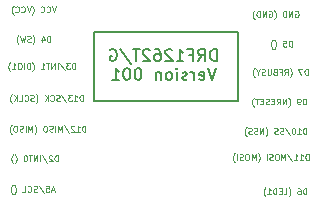
<source format=gbr>
%TF.GenerationSoftware,KiCad,Pcbnew,6.0.5-a6ca702e91~116~ubuntu20.04.1*%
%TF.CreationDate,2022-05-07T22:34:00-05:00*%
%TF.ProjectId,DRF1262T_Shield_v001,44524631-3236-4325-945f-536869656c64,rev?*%
%TF.SameCoordinates,Original*%
%TF.FileFunction,Legend,Bot*%
%TF.FilePolarity,Positive*%
%FSLAX46Y46*%
G04 Gerber Fmt 4.6, Leading zero omitted, Abs format (unit mm)*
G04 Created by KiCad (PCBNEW 6.0.5-a6ca702e91~116~ubuntu20.04.1) date 2022-05-07 22:34:00*
%MOMM*%
%LPD*%
G01*
G04 APERTURE LIST*
%ADD10C,0.150000*%
%ADD11C,0.125000*%
G04 APERTURE END LIST*
D10*
X148200000Y-80300000D02*
X160400000Y-80300000D01*
X160400000Y-80300000D02*
X160400000Y-86100000D01*
X160400000Y-86100000D02*
X148200000Y-86100000D01*
X148200000Y-86100000D02*
X148200000Y-80300000D01*
D11*
X145004761Y-78126190D02*
X144838095Y-78626190D01*
X144671428Y-78126190D01*
X144219047Y-78578571D02*
X144242857Y-78602380D01*
X144314285Y-78626190D01*
X144361904Y-78626190D01*
X144433333Y-78602380D01*
X144480952Y-78554761D01*
X144504761Y-78507142D01*
X144528571Y-78411904D01*
X144528571Y-78340476D01*
X144504761Y-78245238D01*
X144480952Y-78197619D01*
X144433333Y-78150000D01*
X144361904Y-78126190D01*
X144314285Y-78126190D01*
X144242857Y-78150000D01*
X144219047Y-78173809D01*
X143719047Y-78578571D02*
X143742857Y-78602380D01*
X143814285Y-78626190D01*
X143861904Y-78626190D01*
X143933333Y-78602380D01*
X143980952Y-78554761D01*
X144004761Y-78507142D01*
X144028571Y-78411904D01*
X144028571Y-78340476D01*
X144004761Y-78245238D01*
X143980952Y-78197619D01*
X143933333Y-78150000D01*
X143861904Y-78126190D01*
X143814285Y-78126190D01*
X143742857Y-78150000D01*
X143719047Y-78173809D01*
X142980952Y-78816666D02*
X143004761Y-78792857D01*
X143052380Y-78721428D01*
X143076190Y-78673809D01*
X143100000Y-78602380D01*
X143123809Y-78483333D01*
X143123809Y-78388095D01*
X143100000Y-78269047D01*
X143076190Y-78197619D01*
X143052380Y-78150000D01*
X143004761Y-78078571D01*
X142980952Y-78054761D01*
X142861904Y-78126190D02*
X142695238Y-78626190D01*
X142528571Y-78126190D01*
X142076190Y-78578571D02*
X142100000Y-78602380D01*
X142171428Y-78626190D01*
X142219047Y-78626190D01*
X142290476Y-78602380D01*
X142338095Y-78554761D01*
X142361904Y-78507142D01*
X142385714Y-78411904D01*
X142385714Y-78340476D01*
X142361904Y-78245238D01*
X142338095Y-78197619D01*
X142290476Y-78150000D01*
X142219047Y-78126190D01*
X142171428Y-78126190D01*
X142100000Y-78150000D01*
X142076190Y-78173809D01*
X141576190Y-78578571D02*
X141600000Y-78602380D01*
X141671428Y-78626190D01*
X141719047Y-78626190D01*
X141790476Y-78602380D01*
X141838095Y-78554761D01*
X141861904Y-78507142D01*
X141885714Y-78411904D01*
X141885714Y-78340476D01*
X141861904Y-78245238D01*
X141838095Y-78197619D01*
X141790476Y-78150000D01*
X141719047Y-78126190D01*
X141671428Y-78126190D01*
X141600000Y-78150000D01*
X141576190Y-78173809D01*
X141409523Y-78816666D02*
X141385714Y-78792857D01*
X141338095Y-78721428D01*
X141314285Y-78673809D01*
X141290476Y-78602380D01*
X141266666Y-78483333D01*
X141266666Y-78388095D01*
X141290476Y-78269047D01*
X141314285Y-78197619D01*
X141338095Y-78150000D01*
X141385714Y-78078571D01*
X141409523Y-78054761D01*
X165266666Y-78550000D02*
X165314285Y-78526190D01*
X165385714Y-78526190D01*
X165457142Y-78550000D01*
X165504761Y-78597619D01*
X165528571Y-78645238D01*
X165552380Y-78740476D01*
X165552380Y-78811904D01*
X165528571Y-78907142D01*
X165504761Y-78954761D01*
X165457142Y-79002380D01*
X165385714Y-79026190D01*
X165338095Y-79026190D01*
X165266666Y-79002380D01*
X165242857Y-78978571D01*
X165242857Y-78811904D01*
X165338095Y-78811904D01*
X165028571Y-79026190D02*
X165028571Y-78526190D01*
X164742857Y-79026190D01*
X164742857Y-78526190D01*
X164504761Y-79026190D02*
X164504761Y-78526190D01*
X164385714Y-78526190D01*
X164314285Y-78550000D01*
X164266666Y-78597619D01*
X164242857Y-78645238D01*
X164219047Y-78740476D01*
X164219047Y-78811904D01*
X164242857Y-78907142D01*
X164266666Y-78954761D01*
X164314285Y-79002380D01*
X164385714Y-79026190D01*
X164504761Y-79026190D01*
X163480952Y-79216666D02*
X163504761Y-79192857D01*
X163552380Y-79121428D01*
X163576190Y-79073809D01*
X163600000Y-79002380D01*
X163623809Y-78883333D01*
X163623809Y-78788095D01*
X163600000Y-78669047D01*
X163576190Y-78597619D01*
X163552380Y-78550000D01*
X163504761Y-78478571D01*
X163480952Y-78454761D01*
X163028571Y-78550000D02*
X163076190Y-78526190D01*
X163147619Y-78526190D01*
X163219047Y-78550000D01*
X163266666Y-78597619D01*
X163290476Y-78645238D01*
X163314285Y-78740476D01*
X163314285Y-78811904D01*
X163290476Y-78907142D01*
X163266666Y-78954761D01*
X163219047Y-79002380D01*
X163147619Y-79026190D01*
X163100000Y-79026190D01*
X163028571Y-79002380D01*
X163004761Y-78978571D01*
X163004761Y-78811904D01*
X163100000Y-78811904D01*
X162790476Y-79026190D02*
X162790476Y-78526190D01*
X162504761Y-79026190D01*
X162504761Y-78526190D01*
X162266666Y-79026190D02*
X162266666Y-78526190D01*
X162147619Y-78526190D01*
X162076190Y-78550000D01*
X162028571Y-78597619D01*
X162004761Y-78645238D01*
X161980952Y-78740476D01*
X161980952Y-78811904D01*
X162004761Y-78907142D01*
X162028571Y-78954761D01*
X162076190Y-79002380D01*
X162147619Y-79026190D01*
X162266666Y-79026190D01*
X161814285Y-79216666D02*
X161790476Y-79192857D01*
X161742857Y-79121428D01*
X161719047Y-79073809D01*
X161695238Y-79002380D01*
X161671428Y-78883333D01*
X161671428Y-78788095D01*
X161695238Y-78669047D01*
X161719047Y-78597619D01*
X161742857Y-78550000D01*
X161790476Y-78478571D01*
X161814285Y-78454761D01*
X166207142Y-88926190D02*
X166207142Y-88426190D01*
X166088095Y-88426190D01*
X166016666Y-88450000D01*
X165969047Y-88497619D01*
X165945238Y-88545238D01*
X165921428Y-88640476D01*
X165921428Y-88711904D01*
X165945238Y-88807142D01*
X165969047Y-88854761D01*
X166016666Y-88902380D01*
X166088095Y-88926190D01*
X166207142Y-88926190D01*
X165445238Y-88926190D02*
X165730952Y-88926190D01*
X165588095Y-88926190D02*
X165588095Y-88426190D01*
X165635714Y-88497619D01*
X165683333Y-88545238D01*
X165730952Y-88569047D01*
X165135714Y-88426190D02*
X165088095Y-88426190D01*
X165040476Y-88450000D01*
X165016666Y-88473809D01*
X164992857Y-88521428D01*
X164969047Y-88616666D01*
X164969047Y-88735714D01*
X164992857Y-88830952D01*
X165016666Y-88878571D01*
X165040476Y-88902380D01*
X165088095Y-88926190D01*
X165135714Y-88926190D01*
X165183333Y-88902380D01*
X165207142Y-88878571D01*
X165230952Y-88830952D01*
X165254761Y-88735714D01*
X165254761Y-88616666D01*
X165230952Y-88521428D01*
X165207142Y-88473809D01*
X165183333Y-88450000D01*
X165135714Y-88426190D01*
X164397619Y-88402380D02*
X164826190Y-89045238D01*
X164254761Y-88902380D02*
X164183333Y-88926190D01*
X164064285Y-88926190D01*
X164016666Y-88902380D01*
X163992857Y-88878571D01*
X163969047Y-88830952D01*
X163969047Y-88783333D01*
X163992857Y-88735714D01*
X164016666Y-88711904D01*
X164064285Y-88688095D01*
X164159523Y-88664285D01*
X164207142Y-88640476D01*
X164230952Y-88616666D01*
X164254761Y-88569047D01*
X164254761Y-88521428D01*
X164230952Y-88473809D01*
X164207142Y-88450000D01*
X164159523Y-88426190D01*
X164040476Y-88426190D01*
X163969047Y-88450000D01*
X163778571Y-88902380D02*
X163707142Y-88926190D01*
X163588095Y-88926190D01*
X163540476Y-88902380D01*
X163516666Y-88878571D01*
X163492857Y-88830952D01*
X163492857Y-88783333D01*
X163516666Y-88735714D01*
X163540476Y-88711904D01*
X163588095Y-88688095D01*
X163683333Y-88664285D01*
X163730952Y-88640476D01*
X163754761Y-88616666D01*
X163778571Y-88569047D01*
X163778571Y-88521428D01*
X163754761Y-88473809D01*
X163730952Y-88450000D01*
X163683333Y-88426190D01*
X163564285Y-88426190D01*
X163492857Y-88450000D01*
X162754761Y-89116666D02*
X162778571Y-89092857D01*
X162826190Y-89021428D01*
X162850000Y-88973809D01*
X162873809Y-88902380D01*
X162897619Y-88783333D01*
X162897619Y-88688095D01*
X162873809Y-88569047D01*
X162850000Y-88497619D01*
X162826190Y-88450000D01*
X162778571Y-88378571D01*
X162754761Y-88354761D01*
X162564285Y-88926190D02*
X162564285Y-88426190D01*
X162278571Y-88926190D01*
X162278571Y-88426190D01*
X162064285Y-88902380D02*
X161992857Y-88926190D01*
X161873809Y-88926190D01*
X161826190Y-88902380D01*
X161802380Y-88878571D01*
X161778571Y-88830952D01*
X161778571Y-88783333D01*
X161802380Y-88735714D01*
X161826190Y-88711904D01*
X161873809Y-88688095D01*
X161969047Y-88664285D01*
X162016666Y-88640476D01*
X162040476Y-88616666D01*
X162064285Y-88569047D01*
X162064285Y-88521428D01*
X162040476Y-88473809D01*
X162016666Y-88450000D01*
X161969047Y-88426190D01*
X161850000Y-88426190D01*
X161778571Y-88450000D01*
X161588095Y-88902380D02*
X161516666Y-88926190D01*
X161397619Y-88926190D01*
X161350000Y-88902380D01*
X161326190Y-88878571D01*
X161302380Y-88830952D01*
X161302380Y-88783333D01*
X161326190Y-88735714D01*
X161350000Y-88711904D01*
X161397619Y-88688095D01*
X161492857Y-88664285D01*
X161540476Y-88640476D01*
X161564285Y-88616666D01*
X161588095Y-88569047D01*
X161588095Y-88521428D01*
X161564285Y-88473809D01*
X161540476Y-88450000D01*
X161492857Y-88426190D01*
X161373809Y-88426190D01*
X161302380Y-88450000D01*
X161135714Y-89116666D02*
X161111904Y-89092857D01*
X161064285Y-89021428D01*
X161040476Y-88973809D01*
X161016666Y-88902380D01*
X160992857Y-88783333D01*
X160992857Y-88688095D01*
X161016666Y-88569047D01*
X161040476Y-88497619D01*
X161064285Y-88450000D01*
X161111904Y-88378571D01*
X161135714Y-88354761D01*
X144833333Y-93683333D02*
X144595238Y-93683333D01*
X144880952Y-93826190D02*
X144714285Y-93326190D01*
X144547619Y-93826190D01*
X144142857Y-93326190D02*
X144380952Y-93326190D01*
X144404761Y-93564285D01*
X144380952Y-93540476D01*
X144333333Y-93516666D01*
X144214285Y-93516666D01*
X144166666Y-93540476D01*
X144142857Y-93564285D01*
X144119047Y-93611904D01*
X144119047Y-93730952D01*
X144142857Y-93778571D01*
X144166666Y-93802380D01*
X144214285Y-93826190D01*
X144333333Y-93826190D01*
X144380952Y-93802380D01*
X144404761Y-93778571D01*
X143547619Y-93302380D02*
X143976190Y-93945238D01*
X143404761Y-93802380D02*
X143333333Y-93826190D01*
X143214285Y-93826190D01*
X143166666Y-93802380D01*
X143142857Y-93778571D01*
X143119047Y-93730952D01*
X143119047Y-93683333D01*
X143142857Y-93635714D01*
X143166666Y-93611904D01*
X143214285Y-93588095D01*
X143309523Y-93564285D01*
X143357142Y-93540476D01*
X143380952Y-93516666D01*
X143404761Y-93469047D01*
X143404761Y-93421428D01*
X143380952Y-93373809D01*
X143357142Y-93350000D01*
X143309523Y-93326190D01*
X143190476Y-93326190D01*
X143119047Y-93350000D01*
X142619047Y-93778571D02*
X142642857Y-93802380D01*
X142714285Y-93826190D01*
X142761904Y-93826190D01*
X142833333Y-93802380D01*
X142880952Y-93754761D01*
X142904761Y-93707142D01*
X142928571Y-93611904D01*
X142928571Y-93540476D01*
X142904761Y-93445238D01*
X142880952Y-93397619D01*
X142833333Y-93350000D01*
X142761904Y-93326190D01*
X142714285Y-93326190D01*
X142642857Y-93350000D01*
X142619047Y-93373809D01*
X142166666Y-93826190D02*
X142404761Y-93826190D01*
X142404761Y-93326190D01*
X141476190Y-94016666D02*
X141500000Y-93992857D01*
X141547619Y-93921428D01*
X141571428Y-93873809D01*
X141595238Y-93802380D01*
X141619047Y-93683333D01*
X141619047Y-93588095D01*
X141595238Y-93469047D01*
X141571428Y-93397619D01*
X141547619Y-93350000D01*
X141500000Y-93278571D01*
X141476190Y-93254761D01*
X141333333Y-94016666D02*
X141309523Y-93992857D01*
X141261904Y-93921428D01*
X141238095Y-93873809D01*
X141214285Y-93802380D01*
X141190476Y-93683333D01*
X141190476Y-93588095D01*
X141214285Y-93469047D01*
X141238095Y-93397619D01*
X141261904Y-93350000D01*
X141309523Y-93278571D01*
X141333333Y-93254761D01*
X147502380Y-88726190D02*
X147502380Y-88226190D01*
X147383333Y-88226190D01*
X147311904Y-88250000D01*
X147264285Y-88297619D01*
X147240476Y-88345238D01*
X147216666Y-88440476D01*
X147216666Y-88511904D01*
X147240476Y-88607142D01*
X147264285Y-88654761D01*
X147311904Y-88702380D01*
X147383333Y-88726190D01*
X147502380Y-88726190D01*
X146740476Y-88726190D02*
X147026190Y-88726190D01*
X146883333Y-88726190D02*
X146883333Y-88226190D01*
X146930952Y-88297619D01*
X146978571Y-88345238D01*
X147026190Y-88369047D01*
X146550000Y-88273809D02*
X146526190Y-88250000D01*
X146478571Y-88226190D01*
X146359523Y-88226190D01*
X146311904Y-88250000D01*
X146288095Y-88273809D01*
X146264285Y-88321428D01*
X146264285Y-88369047D01*
X146288095Y-88440476D01*
X146573809Y-88726190D01*
X146264285Y-88726190D01*
X145692857Y-88202380D02*
X146121428Y-88845238D01*
X145526190Y-88726190D02*
X145526190Y-88226190D01*
X145359523Y-88583333D01*
X145192857Y-88226190D01*
X145192857Y-88726190D01*
X144954761Y-88726190D02*
X144954761Y-88226190D01*
X144740476Y-88702380D02*
X144669047Y-88726190D01*
X144550000Y-88726190D01*
X144502380Y-88702380D01*
X144478571Y-88678571D01*
X144454761Y-88630952D01*
X144454761Y-88583333D01*
X144478571Y-88535714D01*
X144502380Y-88511904D01*
X144550000Y-88488095D01*
X144645238Y-88464285D01*
X144692857Y-88440476D01*
X144716666Y-88416666D01*
X144740476Y-88369047D01*
X144740476Y-88321428D01*
X144716666Y-88273809D01*
X144692857Y-88250000D01*
X144645238Y-88226190D01*
X144526190Y-88226190D01*
X144454761Y-88250000D01*
X144145238Y-88226190D02*
X144050000Y-88226190D01*
X144002380Y-88250000D01*
X143954761Y-88297619D01*
X143930952Y-88392857D01*
X143930952Y-88559523D01*
X143954761Y-88654761D01*
X144002380Y-88702380D01*
X144050000Y-88726190D01*
X144145238Y-88726190D01*
X144192857Y-88702380D01*
X144240476Y-88654761D01*
X144264285Y-88559523D01*
X144264285Y-88392857D01*
X144240476Y-88297619D01*
X144192857Y-88250000D01*
X144145238Y-88226190D01*
X143192857Y-88916666D02*
X143216666Y-88892857D01*
X143264285Y-88821428D01*
X143288095Y-88773809D01*
X143311904Y-88702380D01*
X143335714Y-88583333D01*
X143335714Y-88488095D01*
X143311904Y-88369047D01*
X143288095Y-88297619D01*
X143264285Y-88250000D01*
X143216666Y-88178571D01*
X143192857Y-88154761D01*
X143002380Y-88726190D02*
X143002380Y-88226190D01*
X142835714Y-88583333D01*
X142669047Y-88226190D01*
X142669047Y-88726190D01*
X142430952Y-88726190D02*
X142430952Y-88226190D01*
X142216666Y-88702380D02*
X142145238Y-88726190D01*
X142026190Y-88726190D01*
X141978571Y-88702380D01*
X141954761Y-88678571D01*
X141930952Y-88630952D01*
X141930952Y-88583333D01*
X141954761Y-88535714D01*
X141978571Y-88511904D01*
X142026190Y-88488095D01*
X142121428Y-88464285D01*
X142169047Y-88440476D01*
X142192857Y-88416666D01*
X142216666Y-88369047D01*
X142216666Y-88321428D01*
X142192857Y-88273809D01*
X142169047Y-88250000D01*
X142121428Y-88226190D01*
X142002380Y-88226190D01*
X141930952Y-88250000D01*
X141621428Y-88226190D02*
X141526190Y-88226190D01*
X141478571Y-88250000D01*
X141430952Y-88297619D01*
X141407142Y-88392857D01*
X141407142Y-88559523D01*
X141430952Y-88654761D01*
X141478571Y-88702380D01*
X141526190Y-88726190D01*
X141621428Y-88726190D01*
X141669047Y-88702380D01*
X141716666Y-88654761D01*
X141740476Y-88559523D01*
X141740476Y-88392857D01*
X141716666Y-88297619D01*
X141669047Y-88250000D01*
X141621428Y-88226190D01*
X141240476Y-88916666D02*
X141216666Y-88892857D01*
X141169047Y-88821428D01*
X141145238Y-88773809D01*
X141121428Y-88702380D01*
X141097619Y-88583333D01*
X141097619Y-88488095D01*
X141121428Y-88369047D01*
X141145238Y-88297619D01*
X141169047Y-88250000D01*
X141216666Y-88178571D01*
X141240476Y-88154761D01*
D10*
X158600000Y-82747380D02*
X158600000Y-81747380D01*
X158361904Y-81747380D01*
X158219047Y-81795000D01*
X158123809Y-81890238D01*
X158076190Y-81985476D01*
X158028571Y-82175952D01*
X158028571Y-82318809D01*
X158076190Y-82509285D01*
X158123809Y-82604523D01*
X158219047Y-82699761D01*
X158361904Y-82747380D01*
X158600000Y-82747380D01*
X157028571Y-82747380D02*
X157361904Y-82271190D01*
X157600000Y-82747380D02*
X157600000Y-81747380D01*
X157219047Y-81747380D01*
X157123809Y-81795000D01*
X157076190Y-81842619D01*
X157028571Y-81937857D01*
X157028571Y-82080714D01*
X157076190Y-82175952D01*
X157123809Y-82223571D01*
X157219047Y-82271190D01*
X157600000Y-82271190D01*
X156266666Y-82223571D02*
X156600000Y-82223571D01*
X156600000Y-82747380D02*
X156600000Y-81747380D01*
X156123809Y-81747380D01*
X155219047Y-82747380D02*
X155790476Y-82747380D01*
X155504761Y-82747380D02*
X155504761Y-81747380D01*
X155600000Y-81890238D01*
X155695238Y-81985476D01*
X155790476Y-82033095D01*
X154838095Y-81842619D02*
X154790476Y-81795000D01*
X154695238Y-81747380D01*
X154457142Y-81747380D01*
X154361904Y-81795000D01*
X154314285Y-81842619D01*
X154266666Y-81937857D01*
X154266666Y-82033095D01*
X154314285Y-82175952D01*
X154885714Y-82747380D01*
X154266666Y-82747380D01*
X153409523Y-81747380D02*
X153600000Y-81747380D01*
X153695238Y-81795000D01*
X153742857Y-81842619D01*
X153838095Y-81985476D01*
X153885714Y-82175952D01*
X153885714Y-82556904D01*
X153838095Y-82652142D01*
X153790476Y-82699761D01*
X153695238Y-82747380D01*
X153504761Y-82747380D01*
X153409523Y-82699761D01*
X153361904Y-82652142D01*
X153314285Y-82556904D01*
X153314285Y-82318809D01*
X153361904Y-82223571D01*
X153409523Y-82175952D01*
X153504761Y-82128333D01*
X153695238Y-82128333D01*
X153790476Y-82175952D01*
X153838095Y-82223571D01*
X153885714Y-82318809D01*
X152933333Y-81842619D02*
X152885714Y-81795000D01*
X152790476Y-81747380D01*
X152552380Y-81747380D01*
X152457142Y-81795000D01*
X152409523Y-81842619D01*
X152361904Y-81937857D01*
X152361904Y-82033095D01*
X152409523Y-82175952D01*
X152980952Y-82747380D01*
X152361904Y-82747380D01*
X152076190Y-81747380D02*
X151504761Y-81747380D01*
X151790476Y-82747380D02*
X151790476Y-81747380D01*
X150457142Y-81699761D02*
X151314285Y-82985476D01*
X149600000Y-81795000D02*
X149695238Y-81747380D01*
X149838095Y-81747380D01*
X149980952Y-81795000D01*
X150076190Y-81890238D01*
X150123809Y-81985476D01*
X150171428Y-82175952D01*
X150171428Y-82318809D01*
X150123809Y-82509285D01*
X150076190Y-82604523D01*
X149980952Y-82699761D01*
X149838095Y-82747380D01*
X149742857Y-82747380D01*
X149600000Y-82699761D01*
X149552380Y-82652142D01*
X149552380Y-82318809D01*
X149742857Y-82318809D01*
X158528571Y-83357380D02*
X158195238Y-84357380D01*
X157861904Y-83357380D01*
X157147619Y-84309761D02*
X157242857Y-84357380D01*
X157433333Y-84357380D01*
X157528571Y-84309761D01*
X157576190Y-84214523D01*
X157576190Y-83833571D01*
X157528571Y-83738333D01*
X157433333Y-83690714D01*
X157242857Y-83690714D01*
X157147619Y-83738333D01*
X157100000Y-83833571D01*
X157100000Y-83928809D01*
X157576190Y-84024047D01*
X156671428Y-84357380D02*
X156671428Y-83690714D01*
X156671428Y-83881190D02*
X156623809Y-83785952D01*
X156576190Y-83738333D01*
X156480952Y-83690714D01*
X156385714Y-83690714D01*
X156100000Y-84309761D02*
X156004761Y-84357380D01*
X155814285Y-84357380D01*
X155719047Y-84309761D01*
X155671428Y-84214523D01*
X155671428Y-84166904D01*
X155719047Y-84071666D01*
X155814285Y-84024047D01*
X155957142Y-84024047D01*
X156052380Y-83976428D01*
X156100000Y-83881190D01*
X156100000Y-83833571D01*
X156052380Y-83738333D01*
X155957142Y-83690714D01*
X155814285Y-83690714D01*
X155719047Y-83738333D01*
X155242857Y-84357380D02*
X155242857Y-83690714D01*
X155242857Y-83357380D02*
X155290476Y-83405000D01*
X155242857Y-83452619D01*
X155195238Y-83405000D01*
X155242857Y-83357380D01*
X155242857Y-83452619D01*
X154623809Y-84357380D02*
X154719047Y-84309761D01*
X154766666Y-84262142D01*
X154814285Y-84166904D01*
X154814285Y-83881190D01*
X154766666Y-83785952D01*
X154719047Y-83738333D01*
X154623809Y-83690714D01*
X154480952Y-83690714D01*
X154385714Y-83738333D01*
X154338095Y-83785952D01*
X154290476Y-83881190D01*
X154290476Y-84166904D01*
X154338095Y-84262142D01*
X154385714Y-84309761D01*
X154480952Y-84357380D01*
X154623809Y-84357380D01*
X153861904Y-83690714D02*
X153861904Y-84357380D01*
X153861904Y-83785952D02*
X153814285Y-83738333D01*
X153719047Y-83690714D01*
X153576190Y-83690714D01*
X153480952Y-83738333D01*
X153433333Y-83833571D01*
X153433333Y-84357380D01*
X152004761Y-83357380D02*
X151909523Y-83357380D01*
X151814285Y-83405000D01*
X151766666Y-83452619D01*
X151719047Y-83547857D01*
X151671428Y-83738333D01*
X151671428Y-83976428D01*
X151719047Y-84166904D01*
X151766666Y-84262142D01*
X151814285Y-84309761D01*
X151909523Y-84357380D01*
X152004761Y-84357380D01*
X152100000Y-84309761D01*
X152147619Y-84262142D01*
X152195238Y-84166904D01*
X152242857Y-83976428D01*
X152242857Y-83738333D01*
X152195238Y-83547857D01*
X152147619Y-83452619D01*
X152100000Y-83405000D01*
X152004761Y-83357380D01*
X151052380Y-83357380D02*
X150957142Y-83357380D01*
X150861904Y-83405000D01*
X150814285Y-83452619D01*
X150766666Y-83547857D01*
X150719047Y-83738333D01*
X150719047Y-83976428D01*
X150766666Y-84166904D01*
X150814285Y-84262142D01*
X150861904Y-84309761D01*
X150957142Y-84357380D01*
X151052380Y-84357380D01*
X151147619Y-84309761D01*
X151195238Y-84262142D01*
X151242857Y-84166904D01*
X151290476Y-83976428D01*
X151290476Y-83738333D01*
X151242857Y-83547857D01*
X151195238Y-83452619D01*
X151147619Y-83405000D01*
X151052380Y-83357380D01*
X149766666Y-84357380D02*
X150338095Y-84357380D01*
X150052380Y-84357380D02*
X150052380Y-83357380D01*
X150147619Y-83500238D01*
X150242857Y-83595476D01*
X150338095Y-83643095D01*
D11*
X146633333Y-83426190D02*
X146633333Y-82926190D01*
X146514285Y-82926190D01*
X146442857Y-82950000D01*
X146395238Y-82997619D01*
X146371428Y-83045238D01*
X146347619Y-83140476D01*
X146347619Y-83211904D01*
X146371428Y-83307142D01*
X146395238Y-83354761D01*
X146442857Y-83402380D01*
X146514285Y-83426190D01*
X146633333Y-83426190D01*
X146180952Y-82926190D02*
X145871428Y-82926190D01*
X146038095Y-83116666D01*
X145966666Y-83116666D01*
X145919047Y-83140476D01*
X145895238Y-83164285D01*
X145871428Y-83211904D01*
X145871428Y-83330952D01*
X145895238Y-83378571D01*
X145919047Y-83402380D01*
X145966666Y-83426190D01*
X146109523Y-83426190D01*
X146157142Y-83402380D01*
X146180952Y-83378571D01*
X145300000Y-82902380D02*
X145728571Y-83545238D01*
X145133333Y-83426190D02*
X145133333Y-82926190D01*
X144895238Y-83426190D02*
X144895238Y-82926190D01*
X144609523Y-83426190D01*
X144609523Y-82926190D01*
X144442857Y-82926190D02*
X144157142Y-82926190D01*
X144300000Y-83426190D02*
X144300000Y-82926190D01*
X143728571Y-83426190D02*
X144014285Y-83426190D01*
X143871428Y-83426190D02*
X143871428Y-82926190D01*
X143919047Y-82997619D01*
X143966666Y-83045238D01*
X144014285Y-83069047D01*
X142990476Y-83616666D02*
X143014285Y-83592857D01*
X143061904Y-83521428D01*
X143085714Y-83473809D01*
X143109523Y-83402380D01*
X143133333Y-83283333D01*
X143133333Y-83188095D01*
X143109523Y-83069047D01*
X143085714Y-82997619D01*
X143061904Y-82950000D01*
X143014285Y-82878571D01*
X142990476Y-82854761D01*
X142800000Y-83426190D02*
X142800000Y-82926190D01*
X142680952Y-82926190D01*
X142609523Y-82950000D01*
X142561904Y-82997619D01*
X142538095Y-83045238D01*
X142514285Y-83140476D01*
X142514285Y-83211904D01*
X142538095Y-83307142D01*
X142561904Y-83354761D01*
X142609523Y-83402380D01*
X142680952Y-83426190D01*
X142800000Y-83426190D01*
X142300000Y-83426190D02*
X142300000Y-82926190D01*
X141966666Y-82926190D02*
X141871428Y-82926190D01*
X141823809Y-82950000D01*
X141776190Y-82997619D01*
X141752380Y-83092857D01*
X141752380Y-83259523D01*
X141776190Y-83354761D01*
X141823809Y-83402380D01*
X141871428Y-83426190D01*
X141966666Y-83426190D01*
X142014285Y-83402380D01*
X142061904Y-83354761D01*
X142085714Y-83259523D01*
X142085714Y-83092857D01*
X142061904Y-82997619D01*
X142014285Y-82950000D01*
X141966666Y-82926190D01*
X141276190Y-83426190D02*
X141561904Y-83426190D01*
X141419047Y-83426190D02*
X141419047Y-82926190D01*
X141466666Y-82997619D01*
X141514285Y-83045238D01*
X141561904Y-83069047D01*
X141109523Y-83616666D02*
X141085714Y-83592857D01*
X141038095Y-83521428D01*
X141014285Y-83473809D01*
X140990476Y-83402380D01*
X140966666Y-83283333D01*
X140966666Y-83188095D01*
X140990476Y-83069047D01*
X141014285Y-82997619D01*
X141038095Y-82950000D01*
X141085714Y-82878571D01*
X141109523Y-82854761D01*
X166209523Y-94026190D02*
X166209523Y-93526190D01*
X166090476Y-93526190D01*
X166019047Y-93550000D01*
X165971428Y-93597619D01*
X165947619Y-93645238D01*
X165923809Y-93740476D01*
X165923809Y-93811904D01*
X165947619Y-93907142D01*
X165971428Y-93954761D01*
X166019047Y-94002380D01*
X166090476Y-94026190D01*
X166209523Y-94026190D01*
X165495238Y-93526190D02*
X165590476Y-93526190D01*
X165638095Y-93550000D01*
X165661904Y-93573809D01*
X165709523Y-93645238D01*
X165733333Y-93740476D01*
X165733333Y-93930952D01*
X165709523Y-93978571D01*
X165685714Y-94002380D01*
X165638095Y-94026190D01*
X165542857Y-94026190D01*
X165495238Y-94002380D01*
X165471428Y-93978571D01*
X165447619Y-93930952D01*
X165447619Y-93811904D01*
X165471428Y-93764285D01*
X165495238Y-93740476D01*
X165542857Y-93716666D01*
X165638095Y-93716666D01*
X165685714Y-93740476D01*
X165709523Y-93764285D01*
X165733333Y-93811904D01*
X164709523Y-94216666D02*
X164733333Y-94192857D01*
X164780952Y-94121428D01*
X164804761Y-94073809D01*
X164828571Y-94002380D01*
X164852380Y-93883333D01*
X164852380Y-93788095D01*
X164828571Y-93669047D01*
X164804761Y-93597619D01*
X164780952Y-93550000D01*
X164733333Y-93478571D01*
X164709523Y-93454761D01*
X164280952Y-94026190D02*
X164519047Y-94026190D01*
X164519047Y-93526190D01*
X164114285Y-93764285D02*
X163947619Y-93764285D01*
X163876190Y-94026190D02*
X164114285Y-94026190D01*
X164114285Y-93526190D01*
X163876190Y-93526190D01*
X163661904Y-94026190D02*
X163661904Y-93526190D01*
X163542857Y-93526190D01*
X163471428Y-93550000D01*
X163423809Y-93597619D01*
X163400000Y-93645238D01*
X163376190Y-93740476D01*
X163376190Y-93811904D01*
X163400000Y-93907142D01*
X163423809Y-93954761D01*
X163471428Y-94002380D01*
X163542857Y-94026190D01*
X163661904Y-94026190D01*
X162900000Y-94026190D02*
X163185714Y-94026190D01*
X163042857Y-94026190D02*
X163042857Y-93526190D01*
X163090476Y-93597619D01*
X163138095Y-93645238D01*
X163185714Y-93669047D01*
X162733333Y-94216666D02*
X162709523Y-94192857D01*
X162661904Y-94121428D01*
X162638095Y-94073809D01*
X162614285Y-94002380D01*
X162590476Y-93883333D01*
X162590476Y-93788095D01*
X162614285Y-93669047D01*
X162638095Y-93597619D01*
X162661904Y-93550000D01*
X162709523Y-93478571D01*
X162733333Y-93454761D01*
X144516666Y-81126190D02*
X144516666Y-80626190D01*
X144397619Y-80626190D01*
X144326190Y-80650000D01*
X144278571Y-80697619D01*
X144254761Y-80745238D01*
X144230952Y-80840476D01*
X144230952Y-80911904D01*
X144254761Y-81007142D01*
X144278571Y-81054761D01*
X144326190Y-81102380D01*
X144397619Y-81126190D01*
X144516666Y-81126190D01*
X143802380Y-80792857D02*
X143802380Y-81126190D01*
X143921428Y-80602380D02*
X144040476Y-80959523D01*
X143730952Y-80959523D01*
X143016666Y-81316666D02*
X143040476Y-81292857D01*
X143088095Y-81221428D01*
X143111904Y-81173809D01*
X143135714Y-81102380D01*
X143159523Y-80983333D01*
X143159523Y-80888095D01*
X143135714Y-80769047D01*
X143111904Y-80697619D01*
X143088095Y-80650000D01*
X143040476Y-80578571D01*
X143016666Y-80554761D01*
X142850000Y-81102380D02*
X142778571Y-81126190D01*
X142659523Y-81126190D01*
X142611904Y-81102380D01*
X142588095Y-81078571D01*
X142564285Y-81030952D01*
X142564285Y-80983333D01*
X142588095Y-80935714D01*
X142611904Y-80911904D01*
X142659523Y-80888095D01*
X142754761Y-80864285D01*
X142802380Y-80840476D01*
X142826190Y-80816666D01*
X142850000Y-80769047D01*
X142850000Y-80721428D01*
X142826190Y-80673809D01*
X142802380Y-80650000D01*
X142754761Y-80626190D01*
X142635714Y-80626190D01*
X142564285Y-80650000D01*
X142397619Y-80626190D02*
X142278571Y-81126190D01*
X142183333Y-80769047D01*
X142088095Y-81126190D01*
X141969047Y-80626190D01*
X141826190Y-81316666D02*
X141802380Y-81292857D01*
X141754761Y-81221428D01*
X141730952Y-81173809D01*
X141707142Y-81102380D01*
X141683333Y-80983333D01*
X141683333Y-80888095D01*
X141707142Y-80769047D01*
X141730952Y-80697619D01*
X141754761Y-80650000D01*
X141802380Y-80578571D01*
X141826190Y-80554761D01*
X147271428Y-86126190D02*
X147271428Y-85626190D01*
X147152380Y-85626190D01*
X147080952Y-85650000D01*
X147033333Y-85697619D01*
X147009523Y-85745238D01*
X146985714Y-85840476D01*
X146985714Y-85911904D01*
X147009523Y-86007142D01*
X147033333Y-86054761D01*
X147080952Y-86102380D01*
X147152380Y-86126190D01*
X147271428Y-86126190D01*
X146509523Y-86126190D02*
X146795238Y-86126190D01*
X146652380Y-86126190D02*
X146652380Y-85626190D01*
X146700000Y-85697619D01*
X146747619Y-85745238D01*
X146795238Y-85769047D01*
X146342857Y-85626190D02*
X146033333Y-85626190D01*
X146200000Y-85816666D01*
X146128571Y-85816666D01*
X146080952Y-85840476D01*
X146057142Y-85864285D01*
X146033333Y-85911904D01*
X146033333Y-86030952D01*
X146057142Y-86078571D01*
X146080952Y-86102380D01*
X146128571Y-86126190D01*
X146271428Y-86126190D01*
X146319047Y-86102380D01*
X146342857Y-86078571D01*
X145461904Y-85602380D02*
X145890476Y-86245238D01*
X145319047Y-86102380D02*
X145247619Y-86126190D01*
X145128571Y-86126190D01*
X145080952Y-86102380D01*
X145057142Y-86078571D01*
X145033333Y-86030952D01*
X145033333Y-85983333D01*
X145057142Y-85935714D01*
X145080952Y-85911904D01*
X145128571Y-85888095D01*
X145223809Y-85864285D01*
X145271428Y-85840476D01*
X145295238Y-85816666D01*
X145319047Y-85769047D01*
X145319047Y-85721428D01*
X145295238Y-85673809D01*
X145271428Y-85650000D01*
X145223809Y-85626190D01*
X145104761Y-85626190D01*
X145033333Y-85650000D01*
X144533333Y-86078571D02*
X144557142Y-86102380D01*
X144628571Y-86126190D01*
X144676190Y-86126190D01*
X144747619Y-86102380D01*
X144795238Y-86054761D01*
X144819047Y-86007142D01*
X144842857Y-85911904D01*
X144842857Y-85840476D01*
X144819047Y-85745238D01*
X144795238Y-85697619D01*
X144747619Y-85650000D01*
X144676190Y-85626190D01*
X144628571Y-85626190D01*
X144557142Y-85650000D01*
X144533333Y-85673809D01*
X144319047Y-86126190D02*
X144319047Y-85626190D01*
X144033333Y-86126190D02*
X144247619Y-85840476D01*
X144033333Y-85626190D02*
X144319047Y-85911904D01*
X143295238Y-86316666D02*
X143319047Y-86292857D01*
X143366666Y-86221428D01*
X143390476Y-86173809D01*
X143414285Y-86102380D01*
X143438095Y-85983333D01*
X143438095Y-85888095D01*
X143414285Y-85769047D01*
X143390476Y-85697619D01*
X143366666Y-85650000D01*
X143319047Y-85578571D01*
X143295238Y-85554761D01*
X143128571Y-86102380D02*
X143057142Y-86126190D01*
X142938095Y-86126190D01*
X142890476Y-86102380D01*
X142866666Y-86078571D01*
X142842857Y-86030952D01*
X142842857Y-85983333D01*
X142866666Y-85935714D01*
X142890476Y-85911904D01*
X142938095Y-85888095D01*
X143033333Y-85864285D01*
X143080952Y-85840476D01*
X143104761Y-85816666D01*
X143128571Y-85769047D01*
X143128571Y-85721428D01*
X143104761Y-85673809D01*
X143080952Y-85650000D01*
X143033333Y-85626190D01*
X142914285Y-85626190D01*
X142842857Y-85650000D01*
X142342857Y-86078571D02*
X142366666Y-86102380D01*
X142438095Y-86126190D01*
X142485714Y-86126190D01*
X142557142Y-86102380D01*
X142604761Y-86054761D01*
X142628571Y-86007142D01*
X142652380Y-85911904D01*
X142652380Y-85840476D01*
X142628571Y-85745238D01*
X142604761Y-85697619D01*
X142557142Y-85650000D01*
X142485714Y-85626190D01*
X142438095Y-85626190D01*
X142366666Y-85650000D01*
X142342857Y-85673809D01*
X141890476Y-86126190D02*
X142128571Y-86126190D01*
X142128571Y-85626190D01*
X141723809Y-86126190D02*
X141723809Y-85626190D01*
X141438095Y-86126190D02*
X141652380Y-85840476D01*
X141438095Y-85626190D02*
X141723809Y-85911904D01*
X141271428Y-86316666D02*
X141247619Y-86292857D01*
X141200000Y-86221428D01*
X141176190Y-86173809D01*
X141152380Y-86102380D01*
X141128571Y-85983333D01*
X141128571Y-85888095D01*
X141152380Y-85769047D01*
X141176190Y-85697619D01*
X141200000Y-85650000D01*
X141247619Y-85578571D01*
X141271428Y-85554761D01*
X166402380Y-91126190D02*
X166402380Y-90626190D01*
X166283333Y-90626190D01*
X166211904Y-90650000D01*
X166164285Y-90697619D01*
X166140476Y-90745238D01*
X166116666Y-90840476D01*
X166116666Y-90911904D01*
X166140476Y-91007142D01*
X166164285Y-91054761D01*
X166211904Y-91102380D01*
X166283333Y-91126190D01*
X166402380Y-91126190D01*
X165640476Y-91126190D02*
X165926190Y-91126190D01*
X165783333Y-91126190D02*
X165783333Y-90626190D01*
X165830952Y-90697619D01*
X165878571Y-90745238D01*
X165926190Y-90769047D01*
X165164285Y-91126190D02*
X165450000Y-91126190D01*
X165307142Y-91126190D02*
X165307142Y-90626190D01*
X165354761Y-90697619D01*
X165402380Y-90745238D01*
X165450000Y-90769047D01*
X164592857Y-90602380D02*
X165021428Y-91245238D01*
X164426190Y-91126190D02*
X164426190Y-90626190D01*
X164259523Y-90983333D01*
X164092857Y-90626190D01*
X164092857Y-91126190D01*
X163759523Y-90626190D02*
X163664285Y-90626190D01*
X163616666Y-90650000D01*
X163569047Y-90697619D01*
X163545238Y-90792857D01*
X163545238Y-90959523D01*
X163569047Y-91054761D01*
X163616666Y-91102380D01*
X163664285Y-91126190D01*
X163759523Y-91126190D01*
X163807142Y-91102380D01*
X163854761Y-91054761D01*
X163878571Y-90959523D01*
X163878571Y-90792857D01*
X163854761Y-90697619D01*
X163807142Y-90650000D01*
X163759523Y-90626190D01*
X163354761Y-91102380D02*
X163283333Y-91126190D01*
X163164285Y-91126190D01*
X163116666Y-91102380D01*
X163092857Y-91078571D01*
X163069047Y-91030952D01*
X163069047Y-90983333D01*
X163092857Y-90935714D01*
X163116666Y-90911904D01*
X163164285Y-90888095D01*
X163259523Y-90864285D01*
X163307142Y-90840476D01*
X163330952Y-90816666D01*
X163354761Y-90769047D01*
X163354761Y-90721428D01*
X163330952Y-90673809D01*
X163307142Y-90650000D01*
X163259523Y-90626190D01*
X163140476Y-90626190D01*
X163069047Y-90650000D01*
X162854761Y-91126190D02*
X162854761Y-90626190D01*
X162092857Y-91316666D02*
X162116666Y-91292857D01*
X162164285Y-91221428D01*
X162188095Y-91173809D01*
X162211904Y-91102380D01*
X162235714Y-90983333D01*
X162235714Y-90888095D01*
X162211904Y-90769047D01*
X162188095Y-90697619D01*
X162164285Y-90650000D01*
X162116666Y-90578571D01*
X162092857Y-90554761D01*
X161902380Y-91126190D02*
X161902380Y-90626190D01*
X161735714Y-90983333D01*
X161569047Y-90626190D01*
X161569047Y-91126190D01*
X161235714Y-90626190D02*
X161140476Y-90626190D01*
X161092857Y-90650000D01*
X161045238Y-90697619D01*
X161021428Y-90792857D01*
X161021428Y-90959523D01*
X161045238Y-91054761D01*
X161092857Y-91102380D01*
X161140476Y-91126190D01*
X161235714Y-91126190D01*
X161283333Y-91102380D01*
X161330952Y-91054761D01*
X161354761Y-90959523D01*
X161354761Y-90792857D01*
X161330952Y-90697619D01*
X161283333Y-90650000D01*
X161235714Y-90626190D01*
X160830952Y-91102380D02*
X160759523Y-91126190D01*
X160640476Y-91126190D01*
X160592857Y-91102380D01*
X160569047Y-91078571D01*
X160545238Y-91030952D01*
X160545238Y-90983333D01*
X160569047Y-90935714D01*
X160592857Y-90911904D01*
X160640476Y-90888095D01*
X160735714Y-90864285D01*
X160783333Y-90840476D01*
X160807142Y-90816666D01*
X160830952Y-90769047D01*
X160830952Y-90721428D01*
X160807142Y-90673809D01*
X160783333Y-90650000D01*
X160735714Y-90626190D01*
X160616666Y-90626190D01*
X160545238Y-90650000D01*
X160330952Y-91126190D02*
X160330952Y-90626190D01*
X160140476Y-91316666D02*
X160116666Y-91292857D01*
X160069047Y-91221428D01*
X160045238Y-91173809D01*
X160021428Y-91102380D01*
X159997619Y-90983333D01*
X159997619Y-90888095D01*
X160021428Y-90769047D01*
X160045238Y-90697619D01*
X160069047Y-90650000D01*
X160116666Y-90578571D01*
X160140476Y-90554761D01*
X166185714Y-86426190D02*
X166185714Y-85926190D01*
X166066666Y-85926190D01*
X165995238Y-85950000D01*
X165947619Y-85997619D01*
X165923809Y-86045238D01*
X165900000Y-86140476D01*
X165900000Y-86211904D01*
X165923809Y-86307142D01*
X165947619Y-86354761D01*
X165995238Y-86402380D01*
X166066666Y-86426190D01*
X166185714Y-86426190D01*
X165661904Y-86426190D02*
X165566666Y-86426190D01*
X165519047Y-86402380D01*
X165495238Y-86378571D01*
X165447619Y-86307142D01*
X165423809Y-86211904D01*
X165423809Y-86021428D01*
X165447619Y-85973809D01*
X165471428Y-85950000D01*
X165519047Y-85926190D01*
X165614285Y-85926190D01*
X165661904Y-85950000D01*
X165685714Y-85973809D01*
X165709523Y-86021428D01*
X165709523Y-86140476D01*
X165685714Y-86188095D01*
X165661904Y-86211904D01*
X165614285Y-86235714D01*
X165519047Y-86235714D01*
X165471428Y-86211904D01*
X165447619Y-86188095D01*
X165423809Y-86140476D01*
X164685714Y-86616666D02*
X164709523Y-86592857D01*
X164757142Y-86521428D01*
X164780952Y-86473809D01*
X164804761Y-86402380D01*
X164828571Y-86283333D01*
X164828571Y-86188095D01*
X164804761Y-86069047D01*
X164780952Y-85997619D01*
X164757142Y-85950000D01*
X164709523Y-85878571D01*
X164685714Y-85854761D01*
X164495238Y-86426190D02*
X164495238Y-85926190D01*
X164209523Y-86426190D01*
X164209523Y-85926190D01*
X163685714Y-86426190D02*
X163852380Y-86188095D01*
X163971428Y-86426190D02*
X163971428Y-85926190D01*
X163780952Y-85926190D01*
X163733333Y-85950000D01*
X163709523Y-85973809D01*
X163685714Y-86021428D01*
X163685714Y-86092857D01*
X163709523Y-86140476D01*
X163733333Y-86164285D01*
X163780952Y-86188095D01*
X163971428Y-86188095D01*
X163471428Y-86164285D02*
X163304761Y-86164285D01*
X163233333Y-86426190D02*
X163471428Y-86426190D01*
X163471428Y-85926190D01*
X163233333Y-85926190D01*
X163042857Y-86402380D02*
X162971428Y-86426190D01*
X162852380Y-86426190D01*
X162804761Y-86402380D01*
X162780952Y-86378571D01*
X162757142Y-86330952D01*
X162757142Y-86283333D01*
X162780952Y-86235714D01*
X162804761Y-86211904D01*
X162852380Y-86188095D01*
X162947619Y-86164285D01*
X162995238Y-86140476D01*
X163019047Y-86116666D01*
X163042857Y-86069047D01*
X163042857Y-86021428D01*
X163019047Y-85973809D01*
X162995238Y-85950000D01*
X162947619Y-85926190D01*
X162828571Y-85926190D01*
X162757142Y-85950000D01*
X162542857Y-86164285D02*
X162376190Y-86164285D01*
X162304761Y-86426190D02*
X162542857Y-86426190D01*
X162542857Y-85926190D01*
X162304761Y-85926190D01*
X162161904Y-85926190D02*
X161876190Y-85926190D01*
X162019047Y-86426190D02*
X162019047Y-85926190D01*
X161757142Y-86616666D02*
X161733333Y-86592857D01*
X161685714Y-86521428D01*
X161661904Y-86473809D01*
X161638095Y-86402380D01*
X161614285Y-86283333D01*
X161614285Y-86188095D01*
X161638095Y-86069047D01*
X161661904Y-85997619D01*
X161685714Y-85950000D01*
X161733333Y-85878571D01*
X161757142Y-85854761D01*
X145164285Y-91226190D02*
X145164285Y-90726190D01*
X145045238Y-90726190D01*
X144973809Y-90750000D01*
X144926190Y-90797619D01*
X144902380Y-90845238D01*
X144878571Y-90940476D01*
X144878571Y-91011904D01*
X144902380Y-91107142D01*
X144926190Y-91154761D01*
X144973809Y-91202380D01*
X145045238Y-91226190D01*
X145164285Y-91226190D01*
X144688095Y-90773809D02*
X144664285Y-90750000D01*
X144616666Y-90726190D01*
X144497619Y-90726190D01*
X144450000Y-90750000D01*
X144426190Y-90773809D01*
X144402380Y-90821428D01*
X144402380Y-90869047D01*
X144426190Y-90940476D01*
X144711904Y-91226190D01*
X144402380Y-91226190D01*
X143830952Y-90702380D02*
X144259523Y-91345238D01*
X143664285Y-91226190D02*
X143664285Y-90726190D01*
X143426190Y-91226190D02*
X143426190Y-90726190D01*
X143140476Y-91226190D01*
X143140476Y-90726190D01*
X142973809Y-90726190D02*
X142688095Y-90726190D01*
X142830952Y-91226190D02*
X142830952Y-90726190D01*
X142426190Y-90726190D02*
X142378571Y-90726190D01*
X142330952Y-90750000D01*
X142307142Y-90773809D01*
X142283333Y-90821428D01*
X142259523Y-90916666D01*
X142259523Y-91035714D01*
X142283333Y-91130952D01*
X142307142Y-91178571D01*
X142330952Y-91202380D01*
X142378571Y-91226190D01*
X142426190Y-91226190D01*
X142473809Y-91202380D01*
X142497619Y-91178571D01*
X142521428Y-91130952D01*
X142545238Y-91035714D01*
X142545238Y-90916666D01*
X142521428Y-90821428D01*
X142497619Y-90773809D01*
X142473809Y-90750000D01*
X142426190Y-90726190D01*
X141521428Y-91416666D02*
X141545238Y-91392857D01*
X141592857Y-91321428D01*
X141616666Y-91273809D01*
X141640476Y-91202380D01*
X141664285Y-91083333D01*
X141664285Y-90988095D01*
X141640476Y-90869047D01*
X141616666Y-90797619D01*
X141592857Y-90750000D01*
X141545238Y-90678571D01*
X141521428Y-90654761D01*
X141378571Y-91416666D02*
X141354761Y-91392857D01*
X141307142Y-91321428D01*
X141283333Y-91273809D01*
X141259523Y-91202380D01*
X141235714Y-91083333D01*
X141235714Y-90988095D01*
X141259523Y-90869047D01*
X141283333Y-90797619D01*
X141307142Y-90750000D01*
X141354761Y-90678571D01*
X141378571Y-90654761D01*
X164992857Y-81526190D02*
X164992857Y-81026190D01*
X164873809Y-81026190D01*
X164802380Y-81050000D01*
X164754761Y-81097619D01*
X164730952Y-81145238D01*
X164707142Y-81240476D01*
X164707142Y-81311904D01*
X164730952Y-81407142D01*
X164754761Y-81454761D01*
X164802380Y-81502380D01*
X164873809Y-81526190D01*
X164992857Y-81526190D01*
X164254761Y-81026190D02*
X164492857Y-81026190D01*
X164516666Y-81264285D01*
X164492857Y-81240476D01*
X164445238Y-81216666D01*
X164326190Y-81216666D01*
X164278571Y-81240476D01*
X164254761Y-81264285D01*
X164230952Y-81311904D01*
X164230952Y-81430952D01*
X164254761Y-81478571D01*
X164278571Y-81502380D01*
X164326190Y-81526190D01*
X164445238Y-81526190D01*
X164492857Y-81502380D01*
X164516666Y-81478571D01*
X163492857Y-81716666D02*
X163516666Y-81692857D01*
X163564285Y-81621428D01*
X163588095Y-81573809D01*
X163611904Y-81502380D01*
X163635714Y-81383333D01*
X163635714Y-81288095D01*
X163611904Y-81169047D01*
X163588095Y-81097619D01*
X163564285Y-81050000D01*
X163516666Y-80978571D01*
X163492857Y-80954761D01*
X163350000Y-81716666D02*
X163326190Y-81692857D01*
X163278571Y-81621428D01*
X163254761Y-81573809D01*
X163230952Y-81502380D01*
X163207142Y-81383333D01*
X163207142Y-81288095D01*
X163230952Y-81169047D01*
X163254761Y-81097619D01*
X163278571Y-81050000D01*
X163326190Y-80978571D01*
X163350000Y-80954761D01*
X166321428Y-83926190D02*
X166321428Y-83426190D01*
X166202380Y-83426190D01*
X166130952Y-83450000D01*
X166083333Y-83497619D01*
X166059523Y-83545238D01*
X166035714Y-83640476D01*
X166035714Y-83711904D01*
X166059523Y-83807142D01*
X166083333Y-83854761D01*
X166130952Y-83902380D01*
X166202380Y-83926190D01*
X166321428Y-83926190D01*
X165869047Y-83426190D02*
X165535714Y-83426190D01*
X165750000Y-83926190D01*
X164821428Y-84116666D02*
X164845238Y-84092857D01*
X164892857Y-84021428D01*
X164916666Y-83973809D01*
X164940476Y-83902380D01*
X164964285Y-83783333D01*
X164964285Y-83688095D01*
X164940476Y-83569047D01*
X164916666Y-83497619D01*
X164892857Y-83450000D01*
X164845238Y-83378571D01*
X164821428Y-83354761D01*
X164345238Y-83926190D02*
X164511904Y-83688095D01*
X164630952Y-83926190D02*
X164630952Y-83426190D01*
X164440476Y-83426190D01*
X164392857Y-83450000D01*
X164369047Y-83473809D01*
X164345238Y-83521428D01*
X164345238Y-83592857D01*
X164369047Y-83640476D01*
X164392857Y-83664285D01*
X164440476Y-83688095D01*
X164630952Y-83688095D01*
X163964285Y-83664285D02*
X164130952Y-83664285D01*
X164130952Y-83926190D02*
X164130952Y-83426190D01*
X163892857Y-83426190D01*
X163535714Y-83664285D02*
X163464285Y-83688095D01*
X163440476Y-83711904D01*
X163416666Y-83759523D01*
X163416666Y-83830952D01*
X163440476Y-83878571D01*
X163464285Y-83902380D01*
X163511904Y-83926190D01*
X163702380Y-83926190D01*
X163702380Y-83426190D01*
X163535714Y-83426190D01*
X163488095Y-83450000D01*
X163464285Y-83473809D01*
X163440476Y-83521428D01*
X163440476Y-83569047D01*
X163464285Y-83616666D01*
X163488095Y-83640476D01*
X163535714Y-83664285D01*
X163702380Y-83664285D01*
X163202380Y-83426190D02*
X163202380Y-83830952D01*
X163178571Y-83878571D01*
X163154761Y-83902380D01*
X163107142Y-83926190D01*
X163011904Y-83926190D01*
X162964285Y-83902380D01*
X162940476Y-83878571D01*
X162916666Y-83830952D01*
X162916666Y-83426190D01*
X162702380Y-83902380D02*
X162630952Y-83926190D01*
X162511904Y-83926190D01*
X162464285Y-83902380D01*
X162440476Y-83878571D01*
X162416666Y-83830952D01*
X162416666Y-83783333D01*
X162440476Y-83735714D01*
X162464285Y-83711904D01*
X162511904Y-83688095D01*
X162607142Y-83664285D01*
X162654761Y-83640476D01*
X162678571Y-83616666D01*
X162702380Y-83569047D01*
X162702380Y-83521428D01*
X162678571Y-83473809D01*
X162654761Y-83450000D01*
X162607142Y-83426190D01*
X162488095Y-83426190D01*
X162416666Y-83450000D01*
X162107142Y-83688095D02*
X162107142Y-83926190D01*
X162273809Y-83426190D02*
X162107142Y-83688095D01*
X161940476Y-83426190D01*
X161821428Y-84116666D02*
X161797619Y-84092857D01*
X161750000Y-84021428D01*
X161726190Y-83973809D01*
X161702380Y-83902380D01*
X161678571Y-83783333D01*
X161678571Y-83688095D01*
X161702380Y-83569047D01*
X161726190Y-83497619D01*
X161750000Y-83450000D01*
X161797619Y-83378571D01*
X161821428Y-83354761D01*
M02*

</source>
